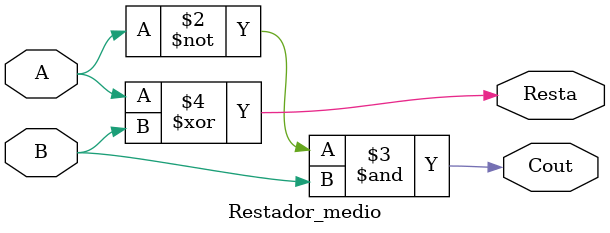
<source format=sv>
module Restador_medio (
			input logic A, B, 
			output logic Cout, Resta
);
always_comb begin
	Cout = ~A & B;
	Resta = A ^ B;
end

endmodule	
</source>
